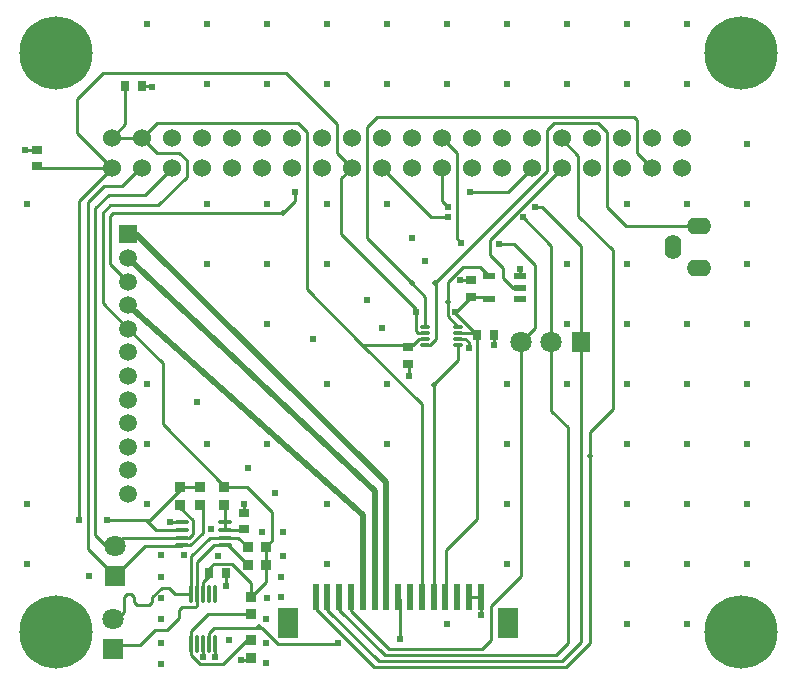
<source format=gtl>
G04 Layer: TopLayer*
G04 EasyEDA Pro v2.1.49.573a4102.674264, 2024-02-19 19:22:48*
G04 Gerber Generator version 0.3*
G04 Scale: 100 percent, Rotated: No, Reflected: No*
G04 Dimensions in millimeters*
G04 Leading zeros omitted, absolute positions, 3 integers and 5 decimals*
%FSLAX35Y35*%
%MOMM*%
%AMOval*1,1,$1,$2,$3*1,1,$1,$4,$5*20,1,$1,$2,$3,$4,$5,0*%
%ADD10C,6.19999*%
%ADD11C,0.5*%
%ADD12R,1.5X1.5*%
%ADD13C,1.5*%
%ADD14R,0.59995X2.2*%
%ADD15R,1.8X2.59999*%
%ADD16C,1.8035*%
%ADD17C,1.8*%
%ADD18R,1.5748X1.8*%
%ADD19R,1.8X1.8*%
%ADD20R,0.8X0.9*%
%ADD21R,0.9X0.8*%
%ADD22R,0.8X0.9*%
%ADD23R,0.86401X0.80648*%
%ADD24Oval,1.4X0.0X-0.35X0.0X0.35*%
%ADD25O,2.1X1.4*%
%ADD26O,0.905X0.28001*%
%ADD27O,0.28001X1.62001*%
%ADD28C,1.524*%
%ADD29R,1.0X0.6*%
%ADD30R,0.9X0.8*%
%ADD31Oval,0.4X0.4X0.0X-0.4X0.0*%
%ADD32R,0.80648X0.86401*%
%ADD33C,0.61001*%
%ADD34C,0.62001*%
%ADD35C,0.254*%
%ADD36C,0.259*%
G75*


G04 Pad Start*
G54D10*
G01X350020Y-400022D03*
G01X350020Y-5300012D03*
G01X6150008Y-5300012D03*
G01X6150008Y-400022D03*
G54D11*
G01X2275021Y-1751420D03*
G01X3670421Y-2511820D03*
G01X3552920Y-3210320D03*
G01X3365500Y-2349500D03*
G01X3562420Y-2345120D03*
G01X2070221Y-5264520D03*
G01X4875320Y-3808820D03*
G54D12*
G01X965200Y-1935302D03*
G54D13*
G01X965200Y-2135302D03*
G01X965200Y-2335301D03*
G01X965200Y-2535301D03*
G01X965200Y-2735301D03*
G01X965200Y-2935300D03*
G01X965200Y-3135300D03*
G01X965200Y-3335299D03*
G01X965200Y-3535299D03*
G01X965200Y-3735299D03*
G01X965200Y-3935298D03*
G01X965200Y-4135298D03*
G54D14*
G01X2551201Y-5007686D03*
G01X2651252Y-5007686D03*
G01X2751201Y-5007686D03*
G01X2851201Y-5007686D03*
G01X2951201Y-5007686D03*
G01X3051099Y-5007686D03*
G01X3151276Y-5007686D03*
G01X3251276Y-5007686D03*
G01X3351276Y-5007686D03*
G01X3451276Y-5007686D03*
G01X3551276Y-5007686D03*
G01X3651275Y-5007686D03*
G01X3751224Y-5007686D03*
G01X3851148Y-5007686D03*
G01X3951199Y-5007686D03*
G54D15*
G01X2321281Y-5228514D03*
G01X4181119Y-5228311D03*
G54D17*
G01X4292600Y-2844800D03*
G01X4546600Y-2844800D03*
G54D18*
G01X4800600Y-2844800D03*
G54D17*
G01X850900Y-4572000D03*
G54D19*
G01X850900Y-4826000D03*
G54D20*
G01X4060774Y-2788564D03*
G01X3920769Y-2788564D03*
G54D21*
G01X3329724Y-3033166D03*
G01X3329724Y-2893162D03*
G54D22*
G01X1651000Y-4806798D03*
G01X1791005Y-4806798D03*
G54D23*
G01X2001159Y-5153331D03*
G01X2001159Y-5002658D03*
G01X1407668Y-4226461D03*
G01X1407668Y-4075788D03*
G01X1572125Y-4226461D03*
G01X1572125Y-4075788D03*
G01X2006600Y-5523636D03*
G01X2006600Y-5372964D03*
G54D24*
G01X5579595Y-2044700D03*
G54D25*
G01X5799610Y-1864700D03*
G01X5799610Y-2224700D03*
G54D26*
G01X3479241Y-2718994D03*
G01X3479241Y-2769006D03*
G01X3479241Y-2818994D03*
G01X3479241Y-2869006D03*
G01X3759759Y-2718994D03*
G01X3759759Y-2769006D03*
G01X3759759Y-2818994D03*
G01X3759759Y-2869006D03*
G54D27*
G01X1500200Y-5405298D03*
G01X1550213Y-5405298D03*
G01X1600200Y-5405298D03*
G01X1650213Y-5405298D03*
G01X1700200Y-5405298D03*
G01X1500200Y-4983302D03*
G01X1550213Y-4983302D03*
G01X1600200Y-4983302D03*
G01X1650213Y-4983302D03*
G01X1700200Y-4983302D03*
G54D28*
G01X825500Y-1371600D03*
G01X825500Y-1117600D03*
G01X1079500Y-1371600D03*
G01X1079500Y-1117600D03*
G01X1333500Y-1371600D03*
G01X1333500Y-1117600D03*
G01X1587500Y-1371600D03*
G01X1587500Y-1117600D03*
G01X1841500Y-1371600D03*
G01X1841500Y-1117600D03*
G01X2095500Y-1371600D03*
G01X2095500Y-1117600D03*
G01X2349500Y-1371600D03*
G01X2349500Y-1117600D03*
G01X2603500Y-1371600D03*
G01X2603500Y-1117600D03*
G01X2857500Y-1371600D03*
G01X2857500Y-1117600D03*
G01X3111500Y-1371600D03*
G01X3111500Y-1117600D03*
G01X3365500Y-1371600D03*
G01X3365500Y-1117600D03*
G01X3619500Y-1371600D03*
G01X3619500Y-1117600D03*
G01X3873500Y-1371600D03*
G01X3873500Y-1117600D03*
G01X4127500Y-1371600D03*
G01X4127500Y-1117600D03*
G01X4381500Y-1371600D03*
G01X4381500Y-1117600D03*
G01X4635500Y-1371600D03*
G01X4635500Y-1117600D03*
G01X4889500Y-1371600D03*
G01X4889500Y-1117600D03*
G01X5143500Y-1371600D03*
G01X5143500Y-1117600D03*
G01X5397500Y-1371600D03*
G01X5397500Y-1117600D03*
G01X5651500Y-1371600D03*
G01X5651500Y-1117600D03*
G54D29*
G01X4022890Y-2482596D03*
G01X4022890Y-2292604D03*
G01X4282910Y-2292604D03*
G01X4282910Y-2387600D03*
G01X4282910Y-2482596D03*
G54D30*
G01X3863772Y-2325225D03*
G01X3863772Y-2465230D03*
G54D31*
G01X1417701Y-4372889D03*
G01X1417701Y-4437888D03*
G01X1417701Y-4502912D03*
G01X1417701Y-4567911D03*
G01X1782699Y-4567911D03*
G01X1782699Y-4502912D03*
G01X1782699Y-4437888D03*
G01X1782699Y-4372889D03*
G54D23*
G01X1779039Y-4227347D03*
G01X1779039Y-4076675D03*
G54D21*
G01X1944139Y-4431899D03*
G01X1944139Y-4291894D03*
G54D32*
G01X2127943Y-4736211D03*
G01X1977271Y-4736211D03*
G01X2128586Y-4583811D03*
G01X1977913Y-4583811D03*
G54D30*
G01X192187Y-1220325D03*
G01X192187Y-1360330D03*
G54D22*
G01X938609Y-680728D03*
G01X1078614Y-680728D03*
G54D17*
G01X840321Y-5193520D03*
G54D19*
G01X840321Y-5447520D03*
G04 Pad End*

G04 Via Start*
G54D33*
G01X546108Y-4356097D03*
G01X787408Y-4356097D03*
G01X3949700Y-5156200D03*
G01X3860808Y-1574797D03*
G01X3403600Y-2590800D03*
G01X2743200Y-5397500D03*
G01X3263900Y-5359400D03*
G01X2374908Y-1574797D03*
G01X3784608Y-2006597D03*
G01X4102108Y-2019297D03*
G01X3670308Y-1790697D03*
G01X3670308Y-1701797D03*
G01X4305300Y-1790700D03*
G01X4406908Y-1701797D03*
G01X2139145Y-1681223D03*
G01X2647145Y-4729223D03*
G01X88900Y-1219200D03*
G01X107145Y-1681223D03*
G01X107145Y-4221223D03*
G01X107145Y-4729223D03*
G01X635000Y-4826000D03*
G01X1123145Y-157223D03*
G01X1168400Y-685800D03*
G01X1123145Y-3205223D03*
G01X1123145Y-3713223D03*
G01X1123145Y-4221223D03*
G01X1631145Y-157223D03*
G01X1631145Y-665223D03*
G01X1631145Y-1681223D03*
G01X1631145Y-2189223D03*
G01X1631145Y-3713223D03*
G01X1981200Y-3911600D03*
G01X2139145Y-157223D03*
G01X2139145Y-665223D03*
G01X2139145Y-2189223D03*
G01X2139145Y-2697223D03*
G01X2139145Y-3713223D03*
G01X1943100Y-4216400D03*
G01X2133600Y-5194300D03*
G01X2647145Y-157223D03*
G01X2647145Y-665223D03*
G01X2647145Y-1681223D03*
G01X2647145Y-2189223D03*
G01X2527308Y-2819397D03*
G01X2647145Y-3205223D03*
G01X2647145Y-4221223D03*
G01X3155145Y-157223D03*
G01X3155145Y-665223D03*
G01X3155145Y-1681223D03*
G01X2984508Y-2489197D03*
G01X3155145Y-3205223D03*
G01X3155145Y-3713223D03*
G01X3663145Y-157223D03*
G01X3663145Y-665223D03*
G01X3479800Y-2159000D03*
G01X3663145Y-5237223D03*
G01X4171145Y-157223D03*
G01X4171145Y-665223D03*
G01X4171145Y-3205223D03*
G01X4171145Y-3713223D03*
G01X4171145Y-4221223D03*
G01X4171145Y-4729223D03*
G01X4679145Y-157223D03*
G01X4679145Y-665223D03*
G01X4679145Y-2189223D03*
G01X4679145Y-2697223D03*
G01X4679145Y-3205223D03*
G01X5187145Y-157223D03*
G01X5187145Y-665223D03*
G01X5187145Y-1681223D03*
G01X5187145Y-2189223D03*
G01X5187145Y-2697223D03*
G01X5187145Y-3205223D03*
G01X5187145Y-3713223D03*
G01X5187145Y-4221223D03*
G01X5187145Y-4729223D03*
G01X5187145Y-5237223D03*
G01X5695145Y-157223D03*
G01X5695145Y-665223D03*
G01X5695145Y-1681223D03*
G01X5695145Y-2697223D03*
G01X5695145Y-3205223D03*
G01X5695145Y-3713223D03*
G01X5695145Y-4221223D03*
G01X5695145Y-4729223D03*
G01X5695145Y-5237223D03*
G01X6203145Y-1173223D03*
G01X6203145Y-1681223D03*
G01X6203145Y-2189223D03*
G01X6203145Y-2697223D03*
G01X6203145Y-3205223D03*
G01X6203145Y-3713223D03*
G01X6203145Y-4221223D03*
G01X6203145Y-4729223D03*
G54D34*
G01X3111500Y-2730500D03*
G01X3365508Y-1968497D03*
G54D33*
G01X1549400Y-3352800D03*
G01X3340100Y-3136900D03*
G01X3848100Y-2895600D03*
G01X4064000Y-2870200D03*
G01X1435100Y-4648200D03*
G01X1244600Y-4838700D03*
G01X1244600Y-5016500D03*
G01X1244600Y-5194300D03*
G01X1244600Y-5397500D03*
G01X1244600Y-5575300D03*
G01X2133600Y-5397500D03*
G01X1320800Y-4368800D03*
G01X2209800Y-4127500D03*
G01X2133600Y-5562600D03*
G01X1663700Y-4432300D03*
G01X3733800Y-2590800D03*
G01X4284140Y-2232604D03*
G01X3771900Y-2324100D03*
G01X1244600Y-4648200D03*
G01X1727200Y-4660900D03*
G01X2095500Y-4457700D03*
G01X2273243Y-4457700D03*
G01X2273243Y-4659656D03*
G01X2260600Y-4838700D03*
G01X2260600Y-5003800D03*
G01X2136891Y-5016500D03*
G01X1790700Y-4914900D03*
G01X1701800Y-5511800D03*
G01X1600200Y-5511800D03*
G01X1917700Y-5537200D03*
G01X1816100Y-5372100D03*
G04 Via End*

G04 Track Start*
G54D35*
G01X5799666Y-1864586D02*
G01X5179398Y-1864586D01*
G01X5016584Y-1701772D01*
G01Y-1066772D01*
G01X4940384Y-990572D01*
G01X4572084D01*
G01X4508584Y-1054072D01*
G01Y-1396972D01*
G54D11*
G01X965284Y-1935198D02*
G01X1033356Y-1934944D01*
G01X3151208Y-4036032D01*
G01Y-5007582D01*
G54D35*
G01X4546605Y-2032005D02*
G01X4546605Y-2882897D01*
G01X4305300Y-1790700D02*
G01X4546605Y-2032005D01*
G01X5397584Y-1371572D02*
G01X5270584Y-1244572D01*
G01Y-965172D01*
G01X5245184Y-939772D01*
G01X3073484D01*
G01X2984584Y-1028672D01*
G01Y-1968472D01*
G01X2857579Y-1371572D02*
G01X2768679Y-1460472D01*
G01X3759759Y-2869006D02*
G01X3759759Y-2996697D01*
G01X3551258Y-3205198D01*
G01Y-5007582D01*
G01X4800605Y-2882897D02*
G01X4800605Y-2032005D01*
G01X4470397Y-1701797D01*
G01X4406908D01*
G01X2551260Y-5007582D02*
G01X2551260Y-5103848D01*
G01X3048084Y-5600672D01*
G01X4673684D01*
G01X4876884Y-5397472D01*
G01Y-3606772D01*
G01X5067384Y-3416272D01*
G01Y-2070072D01*
G01X4775284Y-1777972D01*
G01Y-1269972D01*
G01X4635584Y-1130272D01*
G01Y-1117572D01*
G54D36*
G01X1206584Y-990572D02*
G01X1079584Y-1117572D01*
G01X825508Y-1117597D02*
G01X1079508Y-1117597D01*
G54D11*
G01X965208Y-2535324D02*
G01X2951310Y-4310098D01*
G01Y-5007582D01*
G54D35*
G01X4381505Y-1371597D02*
G01X4178305Y-1574797D01*
G01X3860808D01*
G01X2730500Y-1244590D02*
G01X2857508Y-1371597D01*
G01X2730500Y-1003300D02*
G01X2730500Y-1244590D01*
G01X3949692Y-5009197D02*
G01X3951206Y-5007684D01*
G01X3949692Y-5156203D02*
G01X3949692Y-5009197D01*
G01X3951206Y-5007684D02*
G01X3851156Y-5007684D01*
G01X3619579Y-1117572D02*
G01X3746579Y-1244572D01*
G01Y-1968569D01*
G01X3784608Y-2006597D01*
G01X4800608Y-2882897D02*
G01X4800608Y-5384782D01*
G01X4635518Y-5549872D01*
G01X3086179D01*
G01X2651341Y-5115022D01*
G01Y-5007580D01*
G01X3619505Y-1371597D02*
G01X3619505Y-1650995D01*
G01X3670308Y-1701797D01*
G01X3111505Y-1371597D02*
G01X3530605Y-1790697D01*
G01X3670308D01*
G01X965284Y-2335248D02*
G01X812884Y-2182848D01*
G01Y-1777972D01*
G01X838284Y-1752572D01*
G01X546108Y-1651051D02*
G01X546108Y-4356097D01*
G01X1066884Y-1371572D02*
G01X1079584Y-1371572D01*
G01X914484Y-1523972D02*
G01X1066884Y-1371572D01*
G01X762084Y-1523972D02*
G01X914484Y-1523972D01*
G01X622384Y-1663672D02*
G01X762084Y-1523972D01*
G01X622384Y-4495772D02*
G01X622384Y-1663672D01*
G01X1333584Y-1371572D02*
G01X1104984Y-1600172D01*
G01X800184D01*
G01X685884Y-1714472D01*
G01Y-4483072D01*
G54D11*
G01X965284Y-2135350D02*
G01X3051132Y-4111216D01*
G01Y-5007582D01*
G54D35*
G01X4546608Y-3429000D02*
G01X4686305Y-3568697D01*
G01X4686305Y-5397497D02*
G01X4584730Y-5499072D01*
G01X3136979D01*
G01X2751155Y-5113503D01*
G01Y-5007580D01*
G01X825584Y-1371572D02*
G01X546108Y-1651051D01*
G01X3403600Y-2565400D02*
G01X2768679Y-1930479D01*
G01X2768679Y-1460472D02*
G01X2768679Y-1930479D01*
G01X4686305Y-3568697D02*
G01X4686305Y-4292600D01*
G01X4686305Y-5397497D02*
G01X4686305Y-4292600D01*
G01X3403600Y-2590800D02*
G01X3403600Y-2565400D01*
G01X3519855Y-2868902D02*
G01X3479122Y-2868902D01*
G01X4508584Y-1396972D02*
G01X3568700Y-2336856D01*
G01Y-2820166D01*
G01X3519855Y-2868902D01*
G01X2984584Y-1968472D02*
G01X3365556Y-2349444D01*
G01X3479122Y-2463010D01*
G01Y-2719042D01*
G54D36*
G01X3479249Y-2818991D02*
G01X3429300Y-2818991D01*
G01X2476584Y-1066772D02*
G01X2400384Y-990572D01*
G01X3378091Y-2870200D02*
G01X3429300Y-2818991D01*
G01X3342432Y-2893159D02*
G01X3319473Y-2870200D01*
G54D35*
G01X838284Y-1752572D02*
G01X2273328Y-1752572D01*
G01X2374984Y-1650916D01*
G01Y-1574772D01*
G54D36*
G01X3342432Y-3033164D02*
G01X3342432Y-3134568D01*
G01X3340100Y-3136900D01*
G01X2946400Y-2870200D02*
G01X2476584Y-2400384D01*
G01Y-1066772D01*
G01X2946400Y-2870200D02*
G01X3319473Y-2870200D01*
G01X3451283Y-5007684D02*
G01X3451283Y-3375083D01*
G01X2946400Y-2870200D01*
G01X3848100Y-2895600D02*
G01X3848100Y-2848101D01*
G01X3818990Y-2818991D01*
G01X3759766D01*
G01X850900Y-4826000D02*
G01X622384Y-4597484D01*
G01Y-4495772D01*
G54D35*
G01X685884Y-4483072D02*
G01X774812Y-4572000D01*
G01X850900D01*
G54D36*
G01X965200Y-2735301D02*
G01X1257300Y-3027401D01*
G01X1257300Y-3542236D02*
G01X1779039Y-4063975D01*
G01X1257300Y-3027401D02*
G01X1257300Y-3542236D01*
G01X1782699Y-4437888D02*
G01X1782699Y-4372889D01*
G01X1417701Y-4372889D02*
G01X1413612Y-4368800D01*
G01X1320800D01*
G01X1417701Y-4437888D02*
G01X1199388Y-4437888D01*
G01X1117597Y-4356097D01*
G01X1417701Y-4502912D02*
G01X919988Y-4502912D01*
G01X850900Y-4572000D01*
G01X1417701Y-4567911D02*
G01X1413612Y-4572000D01*
G01X1104900D01*
G01X850900Y-4826000D01*
G01X1117597Y-4356097D02*
G01X787408Y-4356097D01*
G01X1782699Y-4218308D02*
G01X1782699Y-4372889D01*
G01X1407668Y-4101188D02*
G01X1152759Y-4356097D01*
G01X1117597D01*
G01X1407668Y-4251861D02*
G01X1511300Y-4355493D01*
G01X1478788Y-4502912D02*
G01X1417701Y-4502912D01*
G01X1511300Y-4355493D02*
G01X1511300Y-4470400D01*
G01X1478788Y-4502912D01*
G01X1407668Y-4075788D02*
G01X1597525Y-4075788D01*
G01X1597525Y-4226461D02*
G01X1597525Y-4460375D01*
G01X1489989Y-4567911D02*
G01X1417701Y-4567911D01*
G01X1597525Y-4460375D02*
G01X1489989Y-4567911D01*
G01X1944139Y-4431899D02*
G01X1938150Y-4437888D01*
G01X1782699D01*
G01X1944139Y-4291894D02*
G01X1944139Y-4217439D01*
G01X1943100Y-4216400D01*
G01X938609Y-680728D02*
G01X938609Y-1004491D01*
G01X825500Y-1117600D01*
G01X1078614Y-680728D02*
G01X1163328Y-680728D01*
G01X1168400Y-685800D01*
G01X825500Y-1371600D02*
G01X533400Y-1079500D01*
G54D35*
G01X754485Y-571500D02*
G01X2298700Y-571500D01*
G01X2730500Y-1003300D01*
G54D36*
G01X533400Y-1079500D02*
G01X533400Y-792585D01*
G01X754485Y-571500D01*
G01X88900Y-1219200D02*
G01X191061Y-1219200D01*
G01X192187Y-1220325D01*
G01X825500Y-1371600D02*
G01X203457Y-1371600D01*
G01X192187Y-1360330D01*
G01X4060774Y-2866974D02*
G01X4060774Y-2788564D01*
G01X4064000Y-2870200D02*
G01X4060774Y-2866974D01*
G54D35*
G01X4546608Y-3429000D02*
G01X4546608Y-2882897D01*
G54D36*
G01X3901211Y-2769006D02*
G01X3759759Y-2769006D01*
G01X965284Y-2735298D02*
G01X749384Y-2519398D01*
G01Y-1752572D01*
G01X812884Y-1689072D01*
G01X1219284D01*
G01X1460584Y-1447772D01*
G01X2400384Y-990572D02*
G01X1206584Y-990572D01*
G01X1079500Y-1117600D02*
G01X1206500Y-1244600D01*
G01X1397000Y-1244600D02*
G01X1460500Y-1308100D01*
G01Y-1447688D01*
G01X1206500Y-1244600D02*
G01X1397000Y-1244600D01*
G01X3479249Y-2769004D02*
G01X3421049Y-2769004D01*
G01X3403600Y-2751555D01*
G01Y-2590800D01*
G01X4282910Y-2387600D02*
G01X4219960Y-2387600D01*
G01X4140200Y-2307840D01*
G01Y-2222500D01*
G01X4025228Y-2107528D01*
G01Y-1981872D01*
G01X4635500Y-1371600D02*
G01X4025228Y-1981872D01*
G01X4282910Y-2292604D02*
G01X4284140Y-2291374D01*
G01Y-2232604D01*
G01X4022890Y-2482596D02*
G01X4005524Y-2465230D01*
G01X3863772D01*
G01X3738202Y-2590800D01*
G01X3733800Y-2590800D02*
G01X3723005Y-2590800D01*
G01X3920769Y-2788564D02*
G01X3901211Y-2769006D01*
G01X3723005Y-2590800D01*
G01X3738202Y-2590800D02*
G01X3733800Y-2590800D01*
G01X3759759Y-2718994D02*
G01X3670300Y-2629535D01*
G01X3670300Y-2336800D02*
G01X3797300Y-2209800D01*
G01X3940086D01*
G01X4022890Y-2292604D01*
G01X3863772Y-2325225D02*
G01X3773025Y-2325225D01*
G01X3771900Y-2324100D01*
G01X3670300Y-2629535D02*
G01X3670300Y-2511820D01*
G01X3670300Y-2336800D02*
G01X3670300Y-2511820D01*
G01X3920769Y-2788564D02*
G01X3920769Y-4346931D01*
G01X3657600Y-4610100D01*
G01Y-5001362D01*
G01X3651275Y-5007686D01*
G01X3263976Y-5359324D02*
G01X3263976Y-5020386D01*
G01X1782699Y-4502912D02*
G01X1656588Y-4502912D01*
G01X1782699Y-4567911D02*
G01X1693189Y-4567911D01*
G01X1550213Y-4710887D01*
G01X1656588Y-4502912D02*
G01X1500200Y-4659300D01*
G01X1651000Y-4832198D02*
G01X1600200Y-4882998D01*
G01Y-4996002D01*
G01X1779039Y-4076675D02*
G01X1968475Y-4076675D01*
G01X1791005Y-4832198D02*
G01X1791005Y-4914595D01*
G01X1790700Y-4914900D01*
G01X1600200Y-5511800D02*
G01X1600200Y-5417998D01*
G01X1700200Y-5510200D02*
G01X1700200Y-5417998D01*
G01X1701800Y-5511800D02*
G01X1700200Y-5510200D01*
G01X1650213Y-5405298D02*
G01X1650213Y-5311347D01*
G01X1691060Y-5270500D01*
G01X2095000D01*
G01X1574800Y-5575300D02*
G01X1498600Y-5499100D01*
G01Y-5406898D01*
G01X1500200Y-5405298D01*
G01X2001159Y-5153331D02*
G01X1641169Y-5153331D01*
G01X1498600Y-5295900D01*
G01Y-5403698D01*
G01X1500200Y-5405298D01*
G01X2005736Y-5537200D02*
G01X2019300Y-5523636D01*
G01X1917700Y-5537200D02*
G01X2005736Y-5537200D01*
G01X2006600Y-5372964D02*
G01X1969971Y-5372964D01*
G01X1767635Y-5575300D01*
G01X1574800D01*
G01X4292600Y-2844800D02*
G01X4406900Y-2730500D01*
G01Y-2197100D01*
G01X4229097Y-2019297D01*
G01X4102108D01*
G54D35*
G01X2851229Y-5124422D02*
G01X2851229Y-5007580D01*
G01X3175079Y-5448272D02*
G01X2851229Y-5124422D01*
G01X3962430Y-5448272D02*
G01X3175079Y-5448272D01*
G01X4038605Y-5372097D02*
G01X3962430Y-5448272D01*
G01X4038605Y-5079997D02*
G01X4038605Y-5372097D01*
G01X4292608Y-4825995D02*
G01X4038605Y-5079997D01*
G01X4292608Y-2882897D02*
G01X4292608Y-4825995D01*
G54D36*
G01X2743200Y-5397500D02*
G01X2735402Y-5405298D01*
G01X2229797D01*
G01X2095000Y-5270500D01*
G01X3263976Y-5020386D02*
G01X3251276Y-5007686D01*
G01X1782699Y-4502912D02*
G01X1897014Y-4502912D01*
G01X1977913Y-4583811D01*
G01X1782699Y-4567911D02*
G01X1808970Y-4567911D01*
G01X1977271Y-4736211D01*
G01X2128586Y-4583811D02*
G01X2128586Y-4580934D01*
G01X2181860Y-4527660D01*
G01Y-4290060D01*
G01X1968475Y-4076675D01*
G01X2128586Y-4583811D02*
G01X2128586Y-4735568D01*
G01X2127943Y-4736211D01*
G01Y-4875874D01*
G01X2001159Y-5002658D01*
G01X1841500Y-4724400D02*
G01X1689100Y-4724400D01*
G01X1651000Y-4762500D02*
G01X1651000Y-4832198D01*
G01X1689100Y-4724400D02*
G01X1651000Y-4762500D01*
G01X2001159Y-5002658D02*
G01X2001159Y-4884059D01*
G01X1841500Y-4724400D02*
G01X2001159Y-4884059D01*
G01X1550213Y-5077253D02*
G01X1534766Y-5092700D01*
G01X1422400Y-5092700D02*
G01X1397000Y-5118100D01*
G01Y-5181600D01*
G01X1295400Y-5283200D01*
G01X1193800D01*
G01X1067580Y-5409420D02*
G01X840321Y-5409420D01*
G01X1550213Y-4710887D02*
G01X1550213Y-4983302D01*
G01X1534766Y-5092700D02*
G01X1422400Y-5092700D01*
G01X1193800Y-5283200D02*
G01X1067580Y-5409420D01*
G01X1550213Y-4983302D02*
G01X1550213Y-5077253D01*
G01X1500200Y-4659300D02*
G01X1500200Y-4983302D01*
G01Y-4996002D01*
G01X1168610Y-5009203D02*
G01X1168610Y-5052277D01*
G01X1142709Y-5078178D01*
G01X1042110D01*
G01X1016210Y-5052277D01*
G01Y-5009203D01*
G01X990309Y-4983302D01*
G01X958108D01*
G01X932207Y-5009203D01*
G01Y-5130300D01*
G01X906307Y-5156200D01*
G01X841101D01*
G01X840321Y-5155420D01*
G01X1500200Y-4983302D02*
G01X1363802Y-4983302D01*
G01X1308100Y-4927600D01*
G01X1250212D01*
G01X1168610Y-5009203D01*
G04 Track End*

M02*

</source>
